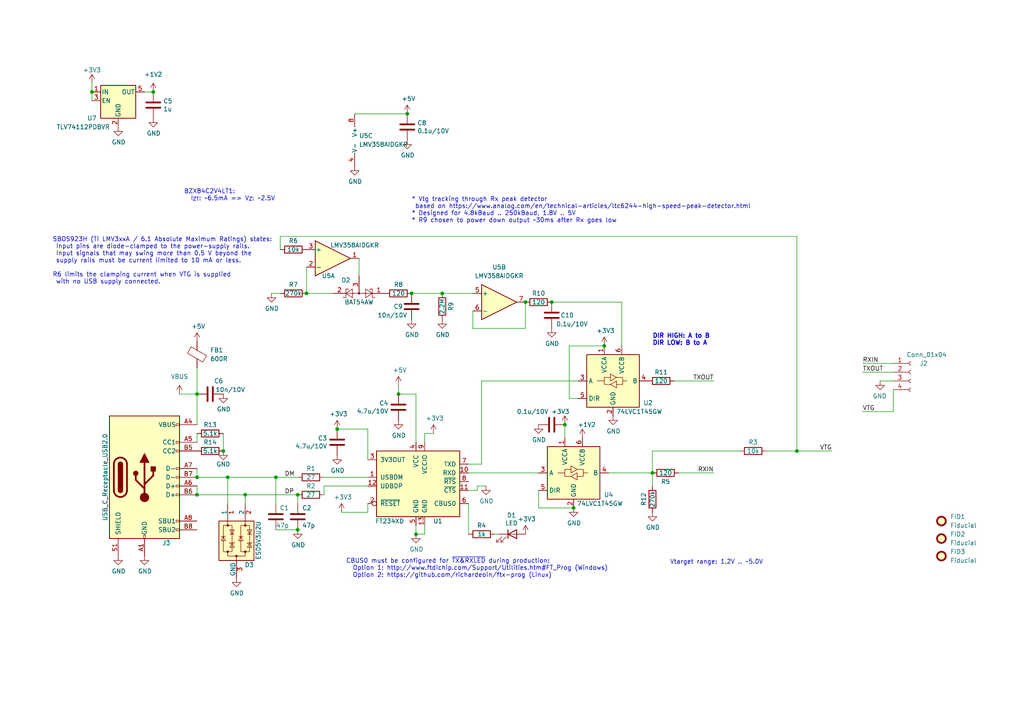
<source format=kicad_sch>
(kicad_sch (version 20230121) (generator eeschema)
  (paper "A4")
  (title_block (title "USB2serial AutoVtg") (date "2023-07-28") (rev "v2") (comment 1 "     https://creativecommons.org/licenses/by-sa/4.0/deed.en") (comment 2 "License: Creative Commons Attribution/Share-Alike 4.0") (comment 3 "Designed by: Benedikt Heinz <hunz at mailbox.org>"))
  (lib_symbols
    (symbol "Amplifier_Operational:LMV358" (pin_names (offset 0.127))
      (property "Reference" "U" (at 0 5.08 0))
      (property "Value" "LMV358" (at 0 -5.08 0))
      (symbol "LMV358_1_1"
        (polyline (pts (xy -5.08 5.08) (xy 5.08 0) (xy -5.08 -5.08) (xy -5.08 5.08)) (stroke (width 0.254)) (fill (type background)))
        (pin output line (at 7.62 0 180) (length 2.54) (name "~") (number "1"))
        (pin input line (at -7.62 -2.54 0) (length 2.54) (name "-") (number "2"))
        (pin input line (at -7.62 2.54 0) (length 2.54) (name "+") (number "3"))
      )
      (symbol "LMV358_2_1"
        (polyline (pts (xy -5.08 5.08) (xy 5.08 0) (xy -5.08 -5.08) (xy -5.08 5.08)) (stroke (width 0.254)) (fill (type background)))
        (pin input line (at -7.62 2.54 0) (length 2.54) (name "+") (number "5"))
        (pin input line (at -7.62 -2.54 0) (length 2.54) (name "-") (number "6"))
        (pin output line (at 7.62 0 180) (length 2.54) (name "~") (number "7"))
      )
      (symbol "LMV358_3_1"
        (pin power_in line (at -2.54 -7.62 90) (length 3.81) (name "V-") (number "4"))
        (pin power_in line (at -2.54 7.62 270) (length 3.81) (name "V+") (number "8"))
      )
    )
    (symbol "Connector:Conn_01x04_Socket" (pin_names (offset 1.016) hide)
      (property "Reference" "J" (at 0 5.08 0))
      (property "Value" "Conn_01x04_Socket" (at 0 -7.62 0))
      (symbol "Conn_01x04_Socket_1_1"
        (arc (start 0 -4.572) (mid -0.5058 -5.08) (end 0 -5.588) (stroke (width 0.1524)))
        (arc (start 0 -2.032) (mid -0.5058 -2.54) (end 0 -3.048) (stroke (width 0.1524)))
        (polyline (pts (xy -1.27 -5.08) (xy -0.508 -5.08)) (stroke (width 0.1524)))
        (polyline (pts (xy -1.27 -2.54) (xy -0.508 -2.54)) (stroke (width 0.1524)))
        (polyline (pts (xy -1.27 0) (xy -0.508 0)) (stroke (width 0.1524)))
        (polyline (pts (xy -1.27 2.54) (xy -0.508 2.54)) (stroke (width 0.1524)))
        (arc (start 0 0.508) (mid -0.5058 0) (end 0 -0.508) (stroke (width 0.1524)))
        (arc (start 0 3.048) (mid -0.5058 2.54) (end 0 2.032) (stroke (width 0.1524)))
        (pin passive line (at -5.08 2.54 0) (length 3.81) (name "Pin_1") (number "1"))
        (pin passive line (at -5.08 0 0) (length 3.81) (name "Pin_2") (number "2"))
        (pin passive line (at -5.08 -2.54 0) (length 3.81) (name "Pin_3") (number "3"))
        (pin passive line (at -5.08 -5.08 0) (length 3.81) (name "Pin_4") (number "4"))
      )
    )
    (symbol "Connector:USB_C_Receptacle_USB2.0" (pin_names (offset 1.016))
      (property "Reference" "J" (at -10.16 19.05 0))
      (property "Value" "USB_C_Receptacle_USB2.0" (at 19.05 19.05 0))
      (symbol "USB_C_Receptacle_USB2.0_0_0"
        (rectangle (start -0.254 -17.78) (end 0.254 -16.764))
        (rectangle (start 10.16 -14.986) (end 9.144 -15.494))
        (rectangle (start 10.16 -12.446) (end 9.144 -12.954))
        (rectangle (start 10.16 -4.826) (end 9.144 -5.334))
        (rectangle (start 10.16 -2.286) (end 9.144 -2.794))
        (rectangle (start 10.16 0.254) (end 9.144 -0.254))
        (rectangle (start 10.16 2.794) (end 9.144 2.286))
        (rectangle (start 10.16 7.874) (end 9.144 7.366))
        (rectangle (start 10.16 10.414) (end 9.144 9.906))
        (rectangle (start 10.16 15.494) (end 9.144 14.986))
      )
      (symbol "USB_C_Receptacle_USB2.0_0_1"
        (rectangle (start -10.16 17.78) (end 10.16 -17.78) (stroke (width 0.254)) (fill (type background)))
        (arc (start -8.89 -3.81) (mid -6.985 -5.7067) (end -5.08 -3.81) (stroke (width 0.508)))
        (arc (start -7.62 -3.81) (mid -6.985 -4.4423) (end -6.35 -3.81) (stroke (width 0.254)))
        (arc (start -7.62 -3.81) (mid -6.985 -4.4423) (end -6.35 -3.81) (stroke (width 0.254)) (fill (type outline)))
        (rectangle (start -7.62 -3.81) (end -6.35 3.81) (stroke (width 0.254)) (fill (type outline)))
        (arc (start -6.35 3.81) (mid -6.985 4.4423) (end -7.62 3.81) (stroke (width 0.254)))
        (arc (start -6.35 3.81) (mid -6.985 4.4423) (end -7.62 3.81) (stroke (width 0.254)) (fill (type outline)))
        (arc (start -5.08 3.81) (mid -6.985 5.7067) (end -8.89 3.81) (stroke (width 0.508)))
        (circle (center -2.54 1.143) (radius 0.635) (stroke (width 0.254)) (fill (type outline)))
        (circle (center 0 -5.842) (radius 1.27) (fill (type outline)))
        (polyline (pts (xy -8.89 -3.81) (xy -8.89 3.81)) (stroke (width 0.508)))
        (polyline (pts (xy -5.08 3.81) (xy -5.08 -3.81)) (stroke (width 0.508)))
        (polyline (pts (xy 0 -5.842) (xy 0 4.318)) (stroke (width 0.508)))
        (polyline (pts (xy 0 -3.302) (xy -2.54 -0.762) (xy -2.54 0.508)) (stroke (width 0.508)))
        (polyline (pts (xy 0 -2.032) (xy 2.54 0.508) (xy 2.54 1.778)) (stroke (width 0.508)))
        (polyline (pts (xy -1.27 4.318) (xy 0 6.858) (xy 1.27 4.318) (xy -1.27 4.318)) (stroke (width 0.254)) (fill (type outline)))
        (rectangle (start 1.905 1.778) (end 3.175 3.048) (stroke (width 0.254)) (fill (type outline)))
      )
      (symbol "USB_C_Receptacle_USB2.0_1_1"
        (pin passive line (at 0 -22.86 90) (length 5.08) (name "GND") (number "A1"))
        (pin passive line (at 0 -22.86 90) (length 5.08) hide (name "GND") (number "A12"))
        (pin passive line (at 15.24 15.24 180) (length 5.08) (name "VBUS") (number "A4"))
        (pin bidirectional line (at 15.24 10.16 180) (length 5.08) (name "CC1") (number "A5"))
        (pin bidirectional line (at 15.24 -2.54 180) (length 5.08) (name "D+") (number "A6"))
        (pin bidirectional line (at 15.24 2.54 180) (length 5.08) (name "D-") (number "A7"))
        (pin bidirectional line (at 15.24 -12.7 180) (length 5.08) (name "SBU1") (number "A8"))
        (pin passive line (at 15.24 15.24 180) (length 5.08) hide (name "VBUS") (number "A9"))
        (pin passive line (at 0 -22.86 90) (length 5.08) hide (name "GND") (number "B1"))
        (pin passive line (at 0 -22.86 90) (length 5.08) hide (name "GND") (number "B12"))
        (pin passive line (at 15.24 15.24 180) (length 5.08) hide (name "VBUS") (number "B4"))
        (pin bidirectional line (at 15.24 7.62 180) (length 5.08) (name "CC2") (number "B5"))
        (pin bidirectional line (at 15.24 -5.08 180) (length 5.08) (name "D+") (number "B6"))
        (pin bidirectional line (at 15.24 0 180) (length 5.08) (name "D-") (number "B7"))
        (pin bidirectional line (at 15.24 -15.24 180) (length 5.08) (name "SBU2") (number "B8"))
        (pin passive line (at 15.24 15.24 180) (length 5.08) hide (name "VBUS") (number "B9"))
        (pin passive line (at -7.62 -22.86 90) (length 5.08) (name "SHIELD") (number "S1"))
      )
    )
    (symbol "Device:C" (pin_numbers hide) (pin_names (offset 0.254))
      (property "Reference" "C" (at 0.635 2.54 0))
      (property "Value" "C" (at 0.635 -2.54 0))
      (symbol "C_0_1"
        (polyline (pts (xy -2.032 -0.762) (xy 2.032 -0.762)) (stroke (width 0.508)))
        (polyline (pts (xy -2.032 0.762) (xy 2.032 0.762)) (stroke (width 0.508)))
      )
      (symbol "C_1_1"
        (pin passive line (at 0 3.81 270) (length 2.794) (name "~") (number "1"))
        (pin passive line (at 0 -3.81 90) (length 2.794) (name "~") (number "2"))
      )
    )
    (symbol "Device:FerriteBead" (pin_numbers hide) (pin_names (offset 0))
      (property "Reference" "FB" (at -3.81 0.635 90))
      (property "Value" "FerriteBead" (at 3.81 0 90))
      (symbol "FerriteBead_0_1"
        (polyline (pts (xy 0 -1.27) (xy 0 -1.2192)))
        (polyline (pts (xy 0 1.27) (xy 0 1.2954)))
        (polyline (pts (xy -2.7686 0.4064) (xy -1.7018 2.2606) (xy 2.7686 -0.3048) (xy 1.6764 -2.159) (xy -2.7686 0.4064)))
      )
      (symbol "FerriteBead_1_1"
        (pin passive line (at 0 3.81 270) (length 2.54) (name "~") (number "1"))
        (pin passive line (at 0 -3.81 90) (length 2.54) (name "~") (number "2"))
      )
    )
    (symbol "Device:LED" (pin_numbers hide) (pin_names (offset 1.016) hide)
      (property "Reference" "D" (at 0 2.54 0))
      (property "Value" "LED" (at 0 -2.54 0))
      (symbol "LED_0_1"
        (polyline (pts (xy -1.27 -1.27) (xy -1.27 1.27)) (stroke (width 0.254)))
        (polyline (pts (xy -1.27 0) (xy 1.27 0)))
        (polyline (pts (xy 1.27 -1.27) (xy 1.27 1.27) (xy -1.27 0) (xy 1.27 -1.27)) (stroke (width 0.254)))
        (polyline (pts (xy -3.048 -0.762) (xy -4.572 -2.286) (xy -3.81 -2.286) (xy -4.572 -2.286) (xy -4.572 -1.524)))
        (polyline (pts (xy -1.778 -0.762) (xy -3.302 -2.286) (xy -2.54 -2.286) (xy -3.302 -2.286) (xy -3.302 -1.524)))
      )
      (symbol "LED_1_1"
        (pin passive line (at -3.81 0 0) (length 2.54) (name "K") (number "1"))
        (pin passive line (at 3.81 0 180) (length 2.54) (name "A") (number "2"))
      )
    )
    (symbol "Device:R" (pin_numbers hide) (pin_names (offset 0))
      (property "Reference" "R" (at 2.032 0 90))
      (property "Value" "R" (at 0 0 90))
      (symbol "R_0_1"
        (rectangle (start -1.016 -2.54) (end 1.016 2.54) (stroke (width 0.254)))
      )
      (symbol "R_1_1"
        (pin passive line (at 0 3.81 270) (length 1.27) (name "~") (number "1"))
        (pin passive line (at 0 -3.81 90) (length 1.27) (name "~") (number "2"))
      )
    )
    (symbol "Diode:BAT54AW" (pin_names (offset 1.016))
      (property "Reference" "D" (at 0.635 -3.81 0))
      (property "Value" "BAT54AW" (at -6.35 3.175 0))
      (symbol "BAT54AW_0_1"
        (polyline (pts (xy -4.445 1.27) (xy -4.445 1.016)))
        (polyline (pts (xy -3.81 -1.27) (xy -3.81 1.27)))
        (polyline (pts (xy -3.81 -1.27) (xy -3.175 -1.27)))
        (polyline (pts (xy -3.81 0) (xy -1.27 0)))
        (polyline (pts (xy -3.81 1.27) (xy -4.445 1.27)))
        (polyline (pts (xy -3.175 -1.27) (xy -3.175 -1.016)))
        (polyline (pts (xy -1.905 0) (xy 1.905 0)))
        (polyline (pts (xy 1.27 0) (xy 3.81 0)))
        (polyline (pts (xy 3.175 -1.27) (xy 3.175 -1.016)))
        (polyline (pts (xy 3.81 -1.27) (xy 3.175 -1.27)))
        (polyline (pts (xy 3.81 -1.27) (xy 3.81 1.27)))
        (polyline (pts (xy 3.81 1.27) (xy 4.445 1.27)))
        (polyline (pts (xy 4.445 1.27) (xy 4.445 1.016)))
        (polyline (pts (xy -1.905 1.27) (xy -1.905 -1.27) (xy -3.81 0) (xy -1.905 1.27)))
        (polyline (pts (xy 1.905 1.27) (xy 1.905 -1.27) (xy 3.81 0) (xy 1.905 1.27)))
        (circle (center 0 0) (radius 0.254) (fill (type outline)))
      )
      (symbol "BAT54AW_1_1"
        (pin passive line (at -7.62 0 0) (length 3.81) (name "~") (number "1"))
        (pin passive line (at 7.62 0 180) (length 3.81) (name "~") (number "2"))
        (pin passive line (at 0 -5.08 90) (length 5.08) (name "~") (number "3"))
      )
    )
    (symbol "Logic_LevelTranslator:SN74LVC1T45DCK"
      (property "Reference" "U" (at -6.35 8.89 0))
      (property "Value" "SN74LVC1T45DCK" (at 3.81 8.89 0))
      (symbol "SN74LVC1T45DCK_0_1"
        (rectangle (start -7.62 7.62) (end 7.62 -7.62) (stroke (width 0.254)) (fill (type background)))
        (polyline (pts (xy -2.54 0) (xy -2.54 1.016) (xy -0.762 1.016)))
        (polyline (pts (xy 2.794 0) (xy 2.794 -1.016) (xy 1.016 -1.016)))
        (polyline (pts (xy -0.762 -1.016) (xy -2.54 -1.016) (xy -2.54 0) (xy -4.572 0)))
        (polyline (pts (xy -0.762 0) (xy -0.762 2.032) (xy 1.016 1.016) (xy -0.762 0)))
        (polyline (pts (xy 1.016 1.016) (xy 2.794 1.016) (xy 2.794 0) (xy 4.064 0)))
        (polyline (pts (xy 1.016 0) (xy 1.016 -1.778) (xy 1.016 -2.032) (xy -0.762 -1.016) (xy 1.016 0)))
      )
      (symbol "SN74LVC1T45DCK_1_1"
        (pin power_in line (at -2.54 10.16 270) (length 2.54) (name "VCCA") (number "1"))
        (pin power_in line (at 0 -10.16 90) (length 2.54) (name "GND") (number "2"))
        (pin bidirectional line (at -10.16 0 0) (length 2.54) (name "A") (number "3"))
        (pin bidirectional line (at 10.16 0 180) (length 2.54) (name "B") (number "4"))
        (pin input line (at -10.16 -5.08 0) (length 2.54) (name "DIR") (number "5"))
        (pin power_in line (at 2.54 10.16 270) (length 2.54) (name "VCCB") (number "6"))
      )
    )
    (symbol "Mechanical:Fiducial"
      (property "Reference" "FID" (at 0 5.08 0))
      (property "Value" "Fiducial" (at 0 3.175 0))
      (symbol "Fiducial_0_1"
        (circle (center 0 0) (radius 1.27) (stroke (width 0.508)) (fill (type background)))
      )
    )
    (symbol "Regulator_Linear:TLV70012_SOT23-5" (pin_names (offset 0.254))
      (property "Reference" "U" (at -3.81 5.715 0))
      (property "Value" "TLV70012_SOT23-5" (at 0 5.715 0))
      (symbol "TLV70012_SOT23-5_0_1"
        (rectangle (start -5.08 4.445) (end 5.08 -5.08) (stroke (width 0.254)) (fill (type background)))
      )
      (symbol "TLV70012_SOT23-5_1_1"
        (pin power_in line (at -7.62 2.54 0) (length 2.54) (name "IN") (number "1"))
        (pin power_in line (at 0 -7.62 90) (length 2.54) (name "GND") (number "2"))
        (pin input line (at -7.62 0 0) (length 2.54) (name "EN") (number "3"))
        (pin no_connect line (at 5.08 0 180) (length 2.54) hide (name "NC") (number "4"))
        (pin power_out line (at 7.62 2.54 180) (length 2.54) (name "OUT") (number "5"))
      )
    )
    (symbol "ft234_lib:ESD5V3U2U" (pin_names (offset 0))
      (property "Reference" "D" (at 6.35 -3.81 0))
      (property "Value" "ESD5V3U2U" (at 7.62 -7.62 0))
      (symbol "ESD5V3U2U_0_1"
        (rectangle (start -5.08 5.08) (end 5.08 -6.35) (stroke (width 0.254)) (fill (type background)))
        (rectangle (start -3.81 3.81) (end -1.27 -3.81))
        (circle (center -2.54 -3.81) (radius 0.2794) (fill (type outline)))
        (circle (center -2.54 3.81) (radius 0.2794) (fill (type outline)))
        (circle (center 0 -5.08) (radius 0.2794) (fill (type outline)))
        (polyline (pts (xy -4.445 0.635) (xy -3.175 0.635)))
        (polyline (pts (xy -2.54 3.81) (xy -2.54 5.08)))
        (polyline (pts (xy -1.905 -1.27) (xy -1.905 -1.524)))
        (polyline (pts (xy -1.905 -1.27) (xy -0.635 -1.27)))
        (polyline (pts (xy -0.635 -1.27) (xy -0.635 -1.016)))
        (polyline (pts (xy -0.635 1.27) (xy -1.905 1.27)))
        (polyline (pts (xy 0 -6.35) (xy 0 -5.08)))
        (polyline (pts (xy 0.635 0.635) (xy 1.905 0.635)))
        (polyline (pts (xy 2.54 3.81) (xy 2.54 5.08)))
        (polyline (pts (xy 3.175 -1.27) (xy 3.175 -1.524)))
        (polyline (pts (xy 3.175 -1.27) (xy 4.445 -1.27)))
        (polyline (pts (xy 4.445 -1.27) (xy 4.445 -1.016)))
        (polyline (pts (xy 4.445 1.27) (xy 3.175 1.27)))
        (polyline (pts (xy -3.175 -0.635) (xy -4.445 -0.635) (xy -3.81 0.635) (xy -3.175 -0.635)))
        (polyline (pts (xy -1.905 2.54) (xy -0.635 2.54) (xy -1.27 1.27) (xy -1.905 2.54)))
        (polyline (pts (xy -0.635 -2.54) (xy -1.905 -2.54) (xy -1.27 -1.27) (xy -0.635 -2.54)))
        (polyline (pts (xy 1.905 -0.635) (xy 0.635 -0.635) (xy 1.27 0.635) (xy 1.905 -0.635)))
        (polyline (pts (xy 3.175 2.54) (xy 4.445 2.54) (xy 3.81 1.27) (xy 3.175 2.54)))
        (polyline (pts (xy 4.445 -2.54) (xy 3.175 -2.54) (xy 3.81 -1.27) (xy 4.445 -2.54)))
        (polyline (pts (xy 2.54 -3.81) (xy 2.54 -5.08) (xy 0 -5.08) (xy -2.54 -5.08) (xy -2.54 -3.81)))
        (rectangle (start 1.27 3.81) (end 3.81 -3.81))
        (circle (center 2.54 -3.81) (radius 0.2794) (fill (type outline)))
        (circle (center 2.54 3.81) (radius 0.2794) (fill (type outline)))
      )
      (symbol "ESD5V3U2U_1_1"
        (pin passive line (at -2.54 10.16 270) (length 5.08) (name "1") (number "1"))
        (pin passive line (at 2.54 10.16 270) (length 5.08) (name "2") (number "2"))
        (pin passive line (at 0 -11.43 90) (length 5.08) (name "GND") (number "3"))
      )
    )
    (symbol "ft234xd:FT234XD" (pin_names (offset 1.016))
      (property "Reference" "U" (at -11.43 15.24 0))
      (property "Value" "FT234XD" (at 7.62 -11.43 0))
      (symbol "FT234XD_0_1"
        (rectangle (start -12.7 8.89) (end 11.43 -10.16) (stroke (width 0.254)) (fill (type background)))
      )
      (symbol "FT234XD_1_1"
        (pin bidirectional line (at -15.24 1.27 0) (length 2.54) (name "USBDM") (number "1"))
        (pin input line (at 13.97 2.54 180) (length 2.54) (name "RXD") (number "10"))
        (pin input line (at 13.97 -2.54 180) (length 2.54) (name "~{CTS}") (number "11"))
        (pin bidirectional line (at -15.24 -1.27 0) (length 2.54) (name "UDBDP") (number "12"))
        (pin power_in line (at 1.27 -12.7 90) (length 2.54) (name "GND") (number "13"))
        (pin input inverted (at -15.24 -6.35 0) (length 2.54) (name "~{RESET}") (number "2"))
        (pin power_out line (at -15.24 6.35 0) (length 2.54) (name "3V3OUT") (number "3"))
        (pin power_in line (at -1.27 11.43 270) (length 2.54) (name "VCC") (number "4"))
        (pin power_in line (at -1.27 -12.7 90) (length 2.54) (name "GND") (number "5"))
        (pin bidirectional line (at 13.97 -6.35 180) (length 2.54) (name "CBUS0") (number "6"))
        (pin output line (at 13.97 5.08 180) (length 2.54) (name "TXD") (number "7"))
        (pin output line (at 13.97 0 180) (length 2.54) (name "~{RTS}") (number "8"))
        (pin power_in line (at 1.27 11.43 270) (length 2.54) (name "VCCIO") (number "9"))
      )
    )
    (symbol "power:+1V2" (power) (pin_names (offset 0))
      (property "Value" "+1V2" (at 0 3.556 0))
      (symbol "+1V2_0_1"
        (polyline (pts (xy -0.762 1.27) (xy 0 2.54)))
        (polyline (pts (xy 0 0) (xy 0 2.54)))
        (polyline (pts (xy 0 2.54) (xy 0.762 1.27)))
      )
      (symbol "+1V2_1_1"
        (pin power_in line (at 0 0 90) (length 0) hide (name "+1V2") (number "1"))
      )
    )
    (symbol "power:+3V3" (power) (pin_names (offset 0))
      (property "Value" "+3V3" (at 0 3.556 0))
      (symbol "+3V3_0_1"
        (polyline (pts (xy -0.762 1.27) (xy 0 2.54)))
        (polyline (pts (xy 0 0) (xy 0 2.54)))
        (polyline (pts (xy 0 2.54) (xy 0.762 1.27)))
      )
      (symbol "+3V3_1_1"
        (pin power_in line (at 0 0 90) (length 0) hide (name "+3V3") (number "1"))
      )
    )
    (symbol "power:+5V" (power) (pin_names (offset 0))
      (property "Value" "+5V" (at 0 3.556 0))
      (symbol "+5V_0_1"
        (polyline (pts (xy -0.762 1.27) (xy 0 2.54)))
        (polyline (pts (xy 0 0) (xy 0 2.54)))
        (polyline (pts (xy 0 2.54) (xy 0.762 1.27)))
      )
      (symbol "+5V_1_1"
        (pin power_in line (at 0 0 90) (length 0) hide (name "+5V") (number "1"))
      )
    )
    (symbol "power:GND" (power) (pin_names (offset 0))
      (property "Value" "GND" (at 0 -3.81 0))
      (symbol "GND_0_1"
        (polyline (pts (xy 0 0) (xy 0 -1.27) (xy 1.27 -1.27) (xy 0 -2.54) (xy -1.27 -1.27) (xy 0 -1.27)))
      )
      (symbol "GND_1_1"
        (pin power_in line (at 0 0 270) (length 0) hide (name "GND") (number "1"))
      )
    )
    (symbol "power:VBUS" (power) (pin_names (offset 0))
      (property "Value" "VBUS" (at 0 3.81 0))
      (symbol "VBUS_0_1"
        (polyline (pts (xy -0.762 1.27) (xy 0 2.54)))
        (polyline (pts (xy 0 0) (xy 0 2.54)))
        (polyline (pts (xy 0 2.54) (xy 0.762 1.27)))
      )
      (symbol "VBUS_1_1"
        (pin power_in line (at 0 0 90) (length 0) hide (name "VBUS") (number "1"))
      )
    )
  )
  (junction (at 26.67 26.67))
  (junction (at 231.14 130.81))
  (junction (at 80.01 138.43))
  (junction (at 128.27 85.09))
  (junction (at 189.23 137.16))
  (junction (at 163.83 123.19))
  (junction (at 86.36 153.67))
  (junction (at 71.12 143.51))
  (junction (at 64.77 130.81))
  (junction (at 57.15 114.3))
  (junction (at 57.15 138.43))
  (junction (at 57.15 143.51))
  (junction (at 118.11 33.02))
  (junction (at 160.02 87.63))
  (junction (at 86.36 143.51))
  (junction (at 120.65 154.94))
  (junction (at 97.79 124.46))
  (junction (at 88.9 85.09))
  (junction (at 44.45 26.67))
  (junction (at 166.37 147.32))
  (junction (at 152.4 87.63))
  (junction (at 66.04 138.43))
  (junction (at 115.57 114.3))
  (junction (at 119.38 85.09))
  (junction (at 175.26 100.33))
  (wire (pts (xy 259.08 113.03) (xy 259.08 119.38)))
  (wire (pts (xy 26.67 24.13) (xy 26.67 26.67)))
  (wire (pts (xy 26.67 26.67) (xy 26.67 29.21)))
  (wire (pts (xy 123.19 125.73) (xy 123.19 128.27)))
  (wire (pts (xy 176.53 137.16) (xy 189.23 137.16)))
  (wire (pts (xy 80.01 153.67) (xy 86.36 153.67)))
  (wire (pts (xy 189.23 130.81) (xy 214.63 130.81)))
  (wire (pts (xy 138.43 142.24) (xy 135.89 142.24)))
  (wire (pts (xy 81.28 68.58) (xy 231.14 68.58)))
  (wire (pts (xy 139.7 110.49) (xy 139.7 134.62)))
  (wire (pts (xy 138.43 140.97) (xy 138.43 142.24)))
  (wire (pts (xy 115.57 111.76) (xy 115.57 114.3)))
  (wire (pts (xy 143.51 154.94) (xy 144.78 154.94)))
  (wire (pts (xy 104.14 74.93) (xy 104.14 80.01)))
  (wire (pts (xy 250.19 107.95) (xy 259.08 107.95)))
  (wire (pts (xy 57.15 106.68) (xy 57.15 114.3)))
  (wire (pts (xy 99.06 148.59) (xy 106.68 148.59)))
  (wire (pts (xy 115.57 114.3) (xy 120.65 114.3)))
  (wire (pts (xy 166.37 147.32) (xy 156.21 147.32)))
  (wire (pts (xy 163.83 123.19) (xy 163.83 127)))
  (wire (pts (xy 102.87 33.02) (xy 118.11 33.02)))
  (wire (pts (xy 120.65 154.94) (xy 123.19 154.94)))
  (wire (pts (xy 156.21 147.32) (xy 156.21 142.24)))
  (wire (pts (xy 231.14 130.81) (xy 241.3 130.81)))
  (wire (pts (xy 231.14 68.58) (xy 231.14 130.81)))
  (wire (pts (xy 66.04 138.43) (xy 80.01 138.43)))
  (wire (pts (xy 259.08 119.38) (xy 250.19 119.38)))
  (wire (pts (xy 97.79 124.46) (xy 106.68 124.46)))
  (wire (pts (xy 119.38 85.09) (xy 128.27 85.09)))
  (wire (pts (xy 167.64 110.49) (xy 139.7 110.49)))
  (wire (pts (xy 93.98 140.97) (xy 93.98 143.51)))
  (wire (pts (xy 128.27 85.09) (xy 137.16 85.09)))
  (wire (pts (xy 160.02 87.63) (xy 180.34 87.63)))
  (wire (pts (xy 57.15 143.51) (xy 71.12 143.51)))
  (wire (pts (xy 57.15 138.43) (xy 66.04 138.43)))
  (wire (pts (xy 86.36 143.51) (xy 86.36 146.05)))
  (wire (pts (xy 41.91 26.67) (xy 44.45 26.67)))
  (wire (pts (xy 135.89 137.16) (xy 156.21 137.16)))
  (wire (pts (xy 57.15 114.3) (xy 57.15 123.19)))
  (wire (pts (xy 125.73 125.73) (xy 123.19 125.73)))
  (wire (pts (xy 222.25 130.81) (xy 231.14 130.81)))
  (wire (pts (xy 120.65 154.94) (xy 120.65 152.4)))
  (wire (pts (xy 88.9 77.47) (xy 88.9 85.09)))
  (wire (pts (xy 152.4 87.63) (xy 152.4 95.25)))
  (wire (pts (xy 196.85 137.16) (xy 207.01 137.16)))
  (wire (pts (xy 259.08 110.49) (xy 255.27 110.49)))
  (wire (pts (xy 123.19 154.94) (xy 123.19 152.4)))
  (wire (pts (xy 80.01 138.43) (xy 86.36 138.43)))
  (wire (pts (xy 195.58 110.49) (xy 207.01 110.49)))
  (wire (pts (xy 106.68 148.59) (xy 106.68 146.05)))
  (wire (pts (xy 57.15 135.89) (xy 57.15 138.43)))
  (wire (pts (xy 80.01 138.43) (xy 80.01 146.05)))
  (wire (pts (xy 180.34 87.63) (xy 180.34 100.33)))
  (wire (pts (xy 52.07 114.3) (xy 57.15 114.3)))
  (wire (pts (xy 140.97 140.97) (xy 138.43 140.97)))
  (wire (pts (xy 135.89 146.05) (xy 135.89 154.94)))
  (wire (pts (xy 81.28 72.39) (xy 81.28 68.58)))
  (wire (pts (xy 189.23 137.16) (xy 189.23 140.97)))
  (wire (pts (xy 165.1 115.57) (xy 165.1 100.33)))
  (wire (pts (xy 93.98 138.43) (xy 106.68 138.43)))
  (wire (pts (xy 66.04 138.43) (xy 66.04 146.05)))
  (wire (pts (xy 64.77 125.73) (xy 64.77 130.81)))
  (wire (pts (xy 152.4 95.25) (xy 137.16 95.25)))
  (wire (pts (xy 106.68 124.46) (xy 106.68 133.35)))
  (wire (pts (xy 71.12 143.51) (xy 86.36 143.51)))
  (wire (pts (xy 189.23 130.81) (xy 189.23 137.16)))
  (wire (pts (xy 57.15 140.97) (xy 57.15 143.51)))
  (wire (pts (xy 167.64 115.57) (xy 165.1 115.57)))
  (wire (pts (xy 88.9 85.09) (xy 96.52 85.09)))
  (wire (pts (xy 165.1 100.33) (xy 175.26 100.33)))
  (wire (pts (xy 137.16 95.25) (xy 137.16 90.17)))
  (wire (pts (xy 139.7 134.62) (xy 135.89 134.62)))
  (wire (pts (xy 250.19 105.41) (xy 259.08 105.41)))
  (wire (pts (xy 78.74 85.09) (xy 81.28 85.09)))
  (wire (pts (xy 106.68 140.97) (xy 93.98 140.97)))
  (wire (pts (xy 71.12 143.51) (xy 71.12 146.05)))
  (wire (pts (xy 120.65 114.3) (xy 120.65 128.27)))
  (wire (pts (xy 57.15 128.27) (xy 57.15 125.73)))
  (text "DIR HIGH: A to B\nDIR LOW: B to A" (at 189.23 100.33 0) (effects (font (size 1.27 1.27) (thickness 0.254) bold) (justify left bottom)))
  (text "CBUS0 must be configured for ~{TX&RXLED} during production:\n  Option 1: http://www.ftdichip.com/Support/Utilities.htm#FT_Prog (Windows)\n  Option 2: https://github.com/richardeoin/ftx-prog (Linux)" (at 100.33 167.64 0) (effects (font (size 1.27 1.27)) (justify left bottom)))
  (text "BZX84C2V4LT1:\n  I_{ZT}: ~6.5mA => V_{Z}: ~2.5V" (at 53.34 58.42 0) (effects (font (size 1.27 1.27)) (justify left bottom)))
  (text "SBOS923H (TI LMV3xxA / 6.1 Absolute Maximum Ratings) states:\n Input pins are diode-clamped to the power-supply rails.\n Input signals that may swing more than 0.5 V beyond the\n supply rails must be current limited to 10 mA or less.\n\nR6 limits the clamping current when VTG is supplied\n with no USB supply connected." (at 15.24 82.55 0) (effects (font (size 1.27 1.27)) (justify left bottom)))
  (text "* Vtg tracking through Rx peak detector\n based on https://www.analog.com/en/technical-articles/ltc6244-high-speed-peak-detector.html\n* Designed for 4.8kBaud .. 250kBaud, 1.8V .. 5V\n* R9 chosen to power down output ~30ms after Rx goes low" (at 119.38 64.77 0) (effects (font (size 1.27 1.27)) (justify left bottom)))
  (text "Vtarget range: 1.2V .. ~5.0V" (at 194.31 163.83 0) (effects (font (size 1.27 1.27)) (justify left bottom)))
  (label "VTG" (at 241.3 130.81 180))
  (label "RXIN" (at 207.01 137.16 180))
  (label "TXOUT" (at 207.01 110.49 180))
  (label "RXIN" (at 250.19 105.41 0))
  (label "DM" (at 82.55 138.43 0))
  (label "DP" (at 82.55 143.51 0))
  (label "TXOUT" (at 250.19 107.95 0))
  (label "VTG" (at 250.19 119.38 0))
  (symbol (lib_id "power:GND") (at 120.65 154.94 0) (unit 1)
    (property "Reference" "#PWR01" (effects hide))
    (property "Value" "GND" (at 120.777 159.3342 0))
  )
  (symbol (lib_id "Connector:Conn_01x04_Socket") (at 264.16 107.95 0) (unit 1)
    (property "Reference" "J2" (at 266.7 105.41 0) (effects (justify left)))
    (property "Value" "Conn_01x04" (at 262.89 102.87 0) (effects (justify left)))
    (property "Footprint" "conn:PinHeader_1x04_P2.54mm_Vertical" (effects hide))
  )
  (symbol (lib_id "power:+3V3") (at 97.79 124.46 0) (unit 1)
    (property "Reference" "#PWR04" (effects hide))
    (property "Value" "+3V3" (at 98.171 120.0658 0))
  )
  (symbol (lib_id "Device:R") (at 139.7 154.94 270) (unit 1)
    (property "Reference" "R4" (at 139.7 152.4 90))
    (property "Value" "1k" (at 139.7 154.94 90))
    (property "Footprint" "Resistor_SMD:R_0402_1005Metric" (effects hide))
  )
  (symbol (lib_id "Device:C") (at 97.79 128.27 0) (mirror y) (unit 1)
    (property "Reference" "C3" (at 94.8944 127.1016 0) (effects (justify left)))
    (property "Value" "4.7u/10V" (at 94.8944 129.413 0) (effects (justify left)))
    (property "Footprint" "Capacitor_SMD:C_0402_1005Metric" (effects hide))
  )
  (symbol (lib_id "power:GND") (at 97.79 132.08 0) (unit 1)
    (property "Reference" "#PWR05" (effects hide))
    (property "Value" "GND" (at 97.917 136.4742 0))
  )
  (symbol (lib_id "Device:R") (at 90.17 138.43 270) (unit 1)
    (property "Reference" "R1" (at 90.17 135.89 90))
    (property "Value" "27" (at 90.17 138.43 90))
    (property "Footprint" "Resistor_SMD:R_0402_1005Metric" (effects hide))
  )
  (symbol (lib_id "Device:R") (at 90.17 143.51 270) (unit 1)
    (property "Reference" "R2" (at 90.17 140.97 90))
    (property "Value" "27" (at 90.17 143.51 90))
    (property "Footprint" "Resistor_SMD:R_0402_1005Metric" (effects hide))
  )
  (symbol (lib_id "Device:C") (at 86.36 149.86 0) (unit 1)
    (property "Reference" "C2" (at 87.63 147.32 0) (effects (justify left)))
    (property "Value" "47p" (at 87.63 152.4 0) (effects (justify left)))
    (property "Footprint" "Capacitor_SMD:C_0402_1005Metric" (effects hide))
  )
  (symbol (lib_id "Device:C") (at 80.01 149.86 0) (mirror y) (unit 1)
    (property "Reference" "C1" (at 83.82 147.32 0) (effects (justify left)))
    (property "Value" "47p" (at 83.82 152.4 0) (effects (justify left)))
    (property "Footprint" "Capacitor_SMD:C_0402_1005Metric" (effects hide))
  )
  (symbol (lib_id "power:GND") (at 86.36 153.67 0) (unit 1)
    (property "Reference" "#PWR06" (effects hide))
    (property "Value" "GND" (at 86.487 158.0642 0))
  )
  (symbol (lib_id "Device:LED") (at 148.59 154.94 0) (unit 1)
    (property "Reference" "D1" (at 148.3614 149.4536 0))
    (property "Value" "LED" (at 148.3614 151.765 0))
    (property "Footprint" "LED_SMD:LED_0603_1608Metric" (effects hide))
  )
  (symbol (lib_id "power:+3V3") (at 152.4 154.94 0) (unit 1)
    (property "Reference" "#PWR07" (effects hide))
    (property "Value" "+3V3" (at 152.781 150.5458 0))
  )
  (symbol (lib_id "power:+3V3") (at 99.06 148.59 0) (unit 1)
    (property "Reference" "#PWR08" (effects hide))
    (property "Value" "+3V3" (at 99.441 144.1958 0))
  )
  (symbol (lib_id "power:+3V3") (at 125.73 125.73 0) (unit 1)
    (property "Reference" "#PWR09" (effects hide))
    (property "Value" "+3V3" (at 126.111 121.3358 0))
  )
  (symbol (lib_id "Device:C") (at 115.57 118.11 0) (mirror y) (unit 1)
    (property "Reference" "C4" (at 112.6744 116.9416 0) (effects (justify left)))
    (property "Value" "4.7u/10V" (at 112.6744 119.253 0) (effects (justify left)))
    (property "Footprint" "Capacitor_SMD:C_0402_1005Metric" (effects hide))
  )
  (symbol (lib_id "power:GND") (at 115.57 121.92 0) (unit 1)
    (property "Reference" "#PWR010" (effects hide))
    (property "Value" "GND" (at 115.697 126.3142 0))
  )
  (symbol (lib_id "power:+5V") (at 115.57 111.76 0) (unit 1)
    (property "Reference" "#PWR011" (effects hide))
    (property "Value" "+5V" (at 115.951 107.3658 0))
  )
  (symbol (lib_id "power:+5V") (at 57.15 99.06 0) (unit 1)
    (property "Reference" "#PWR012" (effects hide))
    (property "Value" "+5V" (at 57.531 94.6658 0))
  )
  (symbol (lib_id "power:GND") (at 140.97 140.97 0) (unit 1)
    (property "Reference" "#PWR014" (effects hide))
    (property "Value" "GND" (at 141.097 145.3642 0))
  )
  (symbol (lib_id "ft234xd:FT234XD") (at 121.92 139.7 0) (unit 1)
    (property "Reference" "U1" (at 127 151.13 0))
    (property "Value" "FT234XD" (at 113.03 151.13 0))
    (property "Footprint" "Package_DFN_QFN:DFN-12-1EP_3x3mm_P0.45mm_EP1.66x2.38mm" (effects hide))
    (property "Datasheet" "http://www.ftdichip.com/Support/Documents/DataSheets/ICs/DS_FT230X.pdf" (effects hide))
  )
  (symbol (lib_id "Device:R") (at 193.04 137.16 270) (mirror x) (unit 1)
    (property "Reference" "R5" (at 193.04 139.7 90))
    (property "Value" "120" (at 193.04 137.16 90))
    (property "Footprint" "Resistor_SMD:R_0402_1005Metric" (effects hide))
  )
  (symbol (lib_id "power:GND") (at 255.27 110.49 0) (mirror y) (unit 1)
    (property "Reference" "#PWR0104" (effects hide))
    (property "Value" "GND" (at 255.143 114.8842 0))
  )
  (symbol (lib_id "power:GND") (at 34.29 161.29 0) (unit 1)
    (property "Reference" "#PWR029" (effects hide))
    (property "Value" "GND" (at 34.417 165.6842 0))
  )
  (symbol (lib_id "power:GND") (at 64.77 130.81 0) (unit 1)
    (property "Reference" "#PWR013" (effects hide))
    (property "Value" "GND" (at 64.77 134.62 0))
  )
  (symbol (lib_id "Device:R") (at 85.09 85.09 90) (mirror x) (unit 1)
    (property "Reference" "R7" (at 85.09 82.55 90))
    (property "Value" "270k" (at 85.09 85.09 90))
    (property "Footprint" "Resistor_SMD:R_0402_1005Metric" (effects hide))
  )
  (symbol (lib_id "Device:FerriteBead") (at 57.15 102.87 0) (unit 1)
    (property "Reference" "FB1" (at 60.96 101.5492 0) (effects (justify left)))
    (property "Value" "600R" (at 60.96 104.0892 0) (effects (justify left)))
    (property "Footprint" "Inductor_SMD:L_0603_1608Metric" (effects hide))
  )
  (symbol (lib_id "power:GND") (at 34.29 36.83 0) (unit 1)
    (property "Reference" "#PWR034" (effects hide))
    (property "Value" "GND" (at 34.417 41.2242 0))
  )
  (symbol (lib_id "Device:R") (at 60.96 125.73 270) (unit 1)
    (property "Reference" "R13" (at 60.96 123.19 90))
    (property "Value" "5.1k" (at 60.96 125.73 90))
    (property "Footprint" "Resistor_SMD:R_0402_1005Metric" (effects hide))
  )
  (symbol (lib_id "Device:R") (at 115.57 85.09 90) (mirror x) (unit 1)
    (property "Reference" "R8" (at 115.57 82.55 90))
    (property "Value" "120" (at 115.57 85.09 90))
    (property "Footprint" "Resistor_SMD:R_0402_1005Metric" (effects hide))
  )
  (symbol (lib_id "Mechanical:Fiducial") (at 273.05 151.13 0) (unit 1)
    (property "Reference" "FID1" (at 275.59 149.86 0) (effects (justify left)))
    (property "Value" "Fiducial" (at 275.59 152.4 0) (effects (justify left)))
    (property "Footprint" "Fiducial:Fiducial_0.5mm_Mask1mm" (effects hide))
  )
  (symbol (lib_id "power:GND") (at 156.21 123.19 0) (unit 1)
    (property "Reference" "#PWR036" (effects hide))
    (property "Value" "GND" (at 156.337 127.5842 0))
  )
  (symbol (lib_id "power:GND") (at 68.58 167.64 0) (unit 1)
    (property "Reference" "#PWR028" (effects hide))
    (property "Value" "GND" (at 68.707 172.0342 0))
  )
  (symbol (lib_id "Logic_LevelTranslator:SN74LVC1T45DCK") (at 166.37 137.16 0) (unit 1)
    (property "Reference" "U4" (at 176.53 143.51 0))
    (property "Value" "74LVC1T45GW" (at 173.99 146.05 0))
    (property "Footprint" "Package_TO_SOT_SMD:SOT-363_SC-70-6" (effects hide))
    (property "Datasheet" "http://www.ti.com/lit/ds/symlink/sn74lvc1t45.pdf" (effects hide))
  )
  (symbol (lib_id "Device:R") (at 218.44 130.81 90) (mirror x) (unit 1)
    (property "Reference" "R3" (at 218.44 128.27 90))
    (property "Value" "10k" (at 218.44 130.81 90))
    (property "Footprint" "Resistor_SMD:R_0402_1005Metric" (effects hide))
  )
  (symbol (lib_id "Device:C") (at 60.96 114.3 90) (mirror x) (unit 1)
    (property "Reference" "C6" (at 64.77 110.49 90) (effects (justify left)))
    (property "Value" "10n/10V" (at 71.12 113.03 90) (effects (justify left)))
    (property "Footprint" "Capacitor_SMD:C_0402_1005Metric" (effects hide))
  )
  (symbol (lib_id "Device:C") (at 160.02 91.44 0) (unit 1)
    (property "Reference" "C10" (at 162.56 91.44 0) (effects (justify left)))
    (property "Value" "0.1u/10V" (at 161.29 93.98 0) (effects (justify left)))
    (property "Footprint" "Capacitor_SMD:C_0402_1005Metric" (effects hide))
  )
  (symbol (lib_id "power:GND") (at 41.91 161.29 0) (unit 1)
    (property "Reference" "#PWR030" (effects hide))
    (property "Value" "GND" (at 42.037 165.6842 0))
  )
  (symbol (lib_id "power:+1V2") (at 168.91 127 0) (unit 1)
    (property "Reference" "#PWR026" (effects hide))
    (property "Value" "+1V2" (at 170.18 123.19 0))
  )
  (symbol (lib_id "power:GND") (at 118.11 40.64 0) (unit 1)
    (property "Reference" "#PWR020" (effects hide))
    (property "Value" "GND" (at 118.237 45.0342 0))
  )
  (symbol (lib_id "Mechanical:Fiducial") (at 273.05 161.29 0) (unit 1)
    (property "Reference" "FID3" (at 275.59 160.02 0) (effects (justify left)))
    (property "Value" "Fiducial" (at 275.59 162.56 0) (effects (justify left)))
    (property "Footprint" "Fiducial:Fiducial_0.5mm_Mask1mm" (effects hide))
  )
  (symbol (lib_id "power:GND") (at 44.45 34.29 0) (unit 1)
    (property "Reference" "#PWR015" (effects hide))
    (property "Value" "GND" (at 44.577 38.6842 0))
  )
  (symbol (lib_id "power:GND") (at 166.37 147.32 0) (unit 1)
    (property "Reference" "#PWR033" (effects hide))
    (property "Value" "GND" (at 166.497 151.7142 0))
  )
  (symbol (lib_id "Amplifier_Operational:LMV358") (at 105.41 40.64 0) (unit 3)
    (property "Reference" "U5" (at 104.14 39.37 0) (effects (justify left)))
    (property "Value" "LMV358AIDGKR" (at 104.14 41.91 0) (effects (justify left)))
    (property "Footprint" "Package_SO:VSSOP-8_3.0x3.0mm_P0.65mm" (effects hide))
    (property "Datasheet" "http://www.ti.com/lit/ds/symlink/lmv324.pdf" (effects hide))
  )
  (symbol (lib_id "power:GND") (at 128.27 92.71 0) (unit 1)
    (property "Reference" "#PWR024" (effects hide))
    (property "Value" "GND" (at 128.397 97.1042 0))
  )
  (symbol (lib_id "Device:C") (at 119.38 88.9 0) (mirror y) (unit 1)
    (property "Reference" "C9" (at 116.84 88.9 0) (effects (justify left)))
    (property "Value" "10n/10V" (at 118.11 91.44 0) (effects (justify left)))
    (property "Footprint" "Capacitor_SMD:C_0402_1005Metric" (effects hide))
  )
  (symbol (lib_id "Device:C") (at 44.45 30.48 0) (unit 1)
    (property "Reference" "C5" (at 47.3456 29.3116 0) (effects (justify left)))
    (property "Value" "1u" (at 47.3456 31.623 0) (effects (justify left)))
    (property "Footprint" "Capacitor_SMD:C_0402_1005Metric" (effects hide))
  )
  (symbol (lib_id "power:GND") (at 189.23 148.59 0) (unit 1)
    (property "Reference" "#PWR027" (effects hide))
    (property "Value" "GND" (at 189.357 152.9842 0))
  )
  (symbol (lib_id "power:+5V") (at 118.11 33.02 0) (unit 1)
    (property "Reference" "#PWR021" (effects hide))
    (property "Value" "+5V" (at 118.491 28.6258 0))
  )
  (symbol (lib_id "power:+3V3") (at 26.67 24.13 0) (unit 1)
    (property "Reference" "#PWR017" (effects hide))
    (property "Value" "+3V3" (at 26.67 20.32 0))
  )
  (symbol (lib_id "Logic_LevelTranslator:SN74LVC1T45DCK") (at 177.8 110.49 0) (unit 1)
    (property "Reference" "U2" (at 187.96 116.84 0))
    (property "Value" "74LVC1T45GW" (at 185.42 119.38 0))
    (property "Footprint" "Package_TO_SOT_SMD:SOT-363_SC-70-6" (effects hide))
    (property "Datasheet" "http://www.ti.com/lit/ds/symlink/sn74lvc1t45.pdf" (effects hide))
  )
  (symbol (lib_id "Device:C") (at 118.11 36.83 0) (unit 1)
    (property "Reference" "C8" (at 121.031 35.6616 0) (effects (justify left)))
    (property "Value" "0.1u/10V" (at 121.031 37.973 0) (effects (justify left)))
    (property "Footprint" "Capacitor_SMD:C_0402_1005Metric" (effects hide))
  )
  (symbol (lib_id "Device:R") (at 156.21 87.63 90) (mirror x) (unit 1)
    (property "Reference" "R10" (at 156.21 85.09 90))
    (property "Value" "120" (at 156.21 87.63 90))
    (property "Footprint" "Resistor_SMD:R_0402_1005Metric" (effects hide))
  )
  (symbol (lib_id "power:GND") (at 160.02 95.25 0) (unit 1)
    (property "Reference" "#PWR025" (effects hide))
    (property "Value" "GND" (at 160.147 99.6442 0))
  )
  (symbol (lib_id "Device:R") (at 128.27 88.9 0) (mirror y) (unit 1)
    (property "Reference" "R9" (at 130.81 88.9 90))
    (property "Value" "2.2M" (at 128.27 88.9 90))
    (property "Footprint" "Resistor_SMD:R_0402_1005Metric" (effects hide))
  )
  (symbol (lib_id "Amplifier_Operational:LMV358") (at 96.52 74.93 0) (unit 1)
    (property "Reference" "U5" (at 95.25 80.01 0))
    (property "Value" "LMV358AIDGKR" (at 102.87 71.12 0))
    (property "Footprint" "Package_SO:VSSOP-8_3.0x3.0mm_P0.65mm" (effects hide))
    (property "Datasheet" "http://www.ti.com/lit/ds/symlink/lmv324.pdf" (effects hide))
  )
  (symbol (lib_id "power:+1V2") (at 44.45 26.67 0) (unit 1)
    (property "Reference" "#PWR03" (effects hide))
    (property "Value" "+1V2" (at 44.45 21.59 0))
  )
  (symbol (lib_id "power:GND") (at 177.8 120.65 0) (unit 1)
    (property "Reference" "#PWR018" (effects hide))
    (property "Value" "GND" (at 177.927 125.0442 0))
  )
  (symbol (lib_id "Regulator_Linear:TLV70012_SOT23-5") (at 34.29 29.21 0) (unit 1)
    (property "Reference" "U7" (at 26.67 34.29 0))
    (property "Value" "TLV74112PDBVR" (at 24.13 36.83 0))
    (property "Footprint" "Package_TO_SOT_SMD:SOT-23-5" (effects hide))
    (property "Datasheet" "http://www.ti.com/lit/ds/symlink/tlv700.pdf" (effects hide))
  )
  (symbol (lib_id "power:GND") (at 64.77 114.3 0) (unit 1)
    (property "Reference" "#PWR031" (effects hide))
    (property "Value" "GND" (at 64.897 118.6942 0))
  )
  (symbol (lib_id "power:GND") (at 102.87 48.26 0) (unit 1)
    (property "Reference" "#PWR019" (effects hide))
    (property "Value" "GND" (at 102.997 52.6542 0))
  )
  (symbol (lib_id "power:+3V3") (at 163.83 123.19 0) (unit 1)
    (property "Reference" "#PWR016" (effects hide))
    (property "Value" "+3V3" (at 162.56 119.38 0))
  )
  (symbol (lib_id "Device:R") (at 60.96 130.81 270) (unit 1)
    (property "Reference" "R14" (at 60.96 128.27 90))
    (property "Value" "5.1k" (at 60.96 130.81 90))
    (property "Footprint" "Resistor_SMD:R_0402_1005Metric" (effects hide))
  )
  (symbol (lib_id "Device:R") (at 85.09 72.39 90) (mirror x) (unit 1)
    (property "Reference" "R6" (at 85.09 69.85 90))
    (property "Value" "10k" (at 85.09 72.39 90))
    (property "Footprint" "Resistor_SMD:R_0402_1005Metric" (effects hide))
  )
  (symbol (lib_id "power:GND") (at 78.74 85.09 0) (unit 1)
    (property "Reference" "#PWR022" (effects hide))
    (property "Value" "GND" (at 78.867 89.4842 0))
  )
  (symbol (lib_id "power:GND") (at 119.38 92.71 0) (unit 1)
    (property "Reference" "#PWR023" (effects hide))
    (property "Value" "GND" (at 119.507 97.1042 0))
  )
  (symbol (lib_id "power:+3V3") (at 175.26 100.33 0) (unit 1)
    (property "Reference" "#PWR02" (effects hide))
    (property "Value" "+3V3" (at 175.641 95.9358 0))
  )
  (symbol (lib_id "Device:C") (at 160.02 123.19 270) (unit 1)
    (property "Reference" "C7" (effects hide))
    (property "Value" "0.1u/10V" (at 149.86 119.38 90) (effects (justify left)))
    (property "Footprint" "Capacitor_SMD:C_0402_1005Metric" (effects hide))
  )
  (symbol (lib_id "Connector:USB_C_Receptacle_USB2.0") (at 41.91 138.43 0) (unit 1)
    (property "Reference" "J3" (at 48.26 157.48 0))
    (property "Value" "USB_C_Receptacle_USB2.0" (at 30.48 138.43 90))
    (property "Footprint" "Connector_USB:USB_C_Receptacle_GCT_USB4105-xx-A_16P_TopMnt_Horizontal" (effects hide))
    (property "Datasheet" "https://www.usb.org/sites/default/files/documents/usb_type-c.zip" (effects hide))
  )
  (symbol (lib_id "Mechanical:Fiducial") (at 273.05 156.21 0) (unit 1)
    (property "Reference" "FID2" (at 275.59 154.94 0) (effects (justify left)))
    (property "Value" "Fiducial" (at 275.59 157.48 0) (effects (justify left)))
    (property "Footprint" "Fiducial:Fiducial_0.5mm_Mask1mm" (effects hide))
  )
  (symbol (lib_id "ft234_lib:ESD5V3U2U") (at 68.58 156.21 0) (unit 1)
    (property "Reference" "D3" (at 73.66 163.83 0) (effects (justify right)))
    (property "Value" "ESD5V3U2U" (at 74.93 151.13 90) (effects (justify right)))
    (property "Footprint" "Package_TO_SOT_SMD:Infineon_PG-TSFP-3-1" (effects hide))
    (property "Datasheet" "https://www.infineon.com/dgdl/Infineon-ESD5V3U2USERIES-DS-v01_03-en.pdf?fileId=db3a30431b0626df011b0d3e3ca97dc0" (effects hide))
  )
  (symbol (lib_id "power:VBUS") (at 52.07 114.3 0) (unit 1)
    (property "Reference" "#PWR032" (effects hide))
    (property "Value" "VBUS" (at 52.07 109.22 0))
  )
  (symbol (lib_id "Amplifier_Operational:LMV358") (at 144.78 87.63 0) (unit 2)
    (property "Reference" "U5" (at 144.78 77.47 0))
    (property "Value" "LMV358AIDGKR" (at 144.78 80.01 0))
    (property "Footprint" "Package_SO:VSSOP-8_3.0x3.0mm_P0.65mm" (effects hide))
    (property "Datasheet" "http://www.ti.com/lit/ds/symlink/lmv324.pdf" (effects hide))
  )
  (symbol (lib_id "Device:R") (at 189.23 144.78 0) (mirror x) (unit 1)
    (property "Reference" "R12" (at 186.69 144.78 90))
    (property "Value" "270k" (at 189.23 144.78 90))
    (property "Footprint" "Resistor_SMD:R_0402_1005Metric" (effects hide))
  )
  (symbol (lib_id "Diode:BAT54AW") (at 104.14 85.09 180) (unit 1)
    (property "Reference" "D2" (at 100.33 81.28 0))
    (property "Value" "BAT54AW" (at 104.14 87.63 0))
    (property "Footprint" "Package_TO_SOT_SMD:SOT-323_SC-70" (effects hide))
    (property "Datasheet" "https://assets.nexperia.com/documents/data-sheet/BAT54W_SER.pdf" (effects hide))
  )
  (symbol (lib_id "Device:R") (at 191.77 110.49 270) (unit 1)
    (property "Reference" "R11" (at 191.77 107.95 90))
    (property "Value" "120" (at 191.77 110.49 90))
    (property "Footprint" "Resistor_SMD:R_0402_1005Metric" (effects hide))
  )
)
</source>
